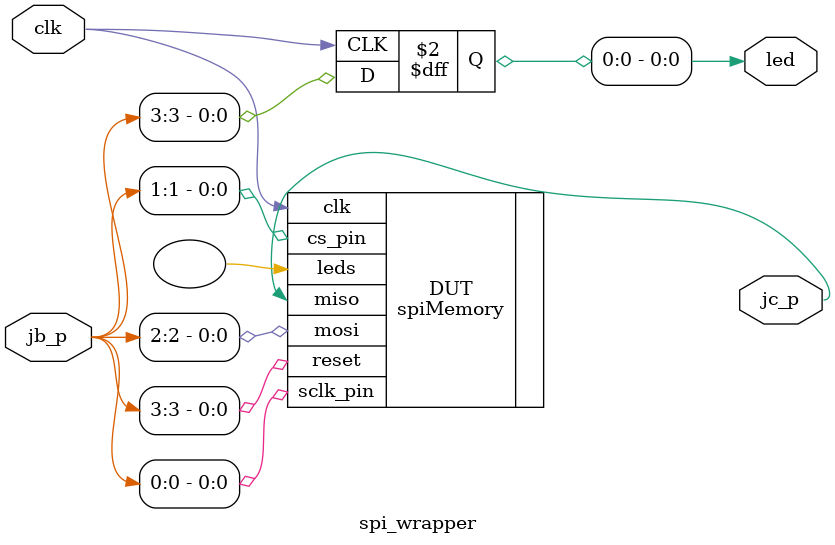
<source format=v>
`timescale 1ns / 1ps


`include "spimemory.v"


module spi_wrapper
(
    input   clk,
    input[3:0] jb_p,
    output jc_p,
    output reg[3:0] led
);


spiMemory DUT(
    .clk(clk),
    .sclk_pin(jb_p[0]),
    .cs_pin(jb_p[1]),
    .mosi(jb_p[2]),
    .reset(jb_p[3]),
    .miso(jc_p),
    .leds()
);

always@(posedge clk)
    led[0] <= jb_p[3];


endmodule
</source>
